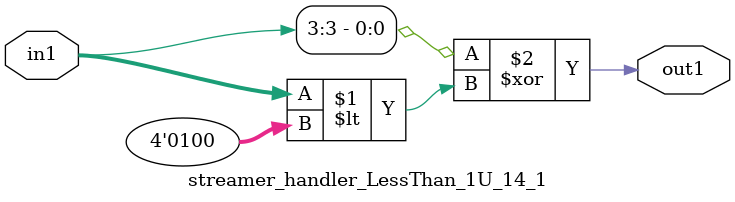
<source format=v>

`timescale 1ps / 1ps


module streamer_handler_LessThan_1U_14_1( in1, out1 );

    input [3:0] in1;
    output out1;

    
    // rtl_process:qkt_macro_handler_hub_LessThan_1U_35_1/qkt_macro_handler_hub_LessThan_1U_35_1_thread_1
    assign out1 = (in1[3] ^ in1 < 4'd04);

endmodule





</source>
